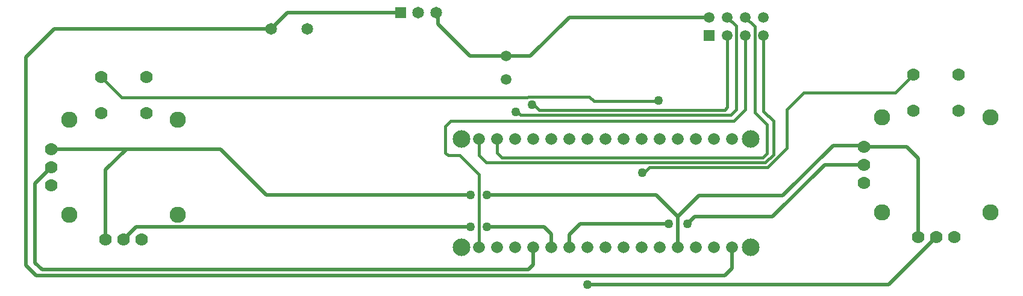
<source format=gtl>
G04*
G04 #@! TF.GenerationSoftware,Altium Limited,Altium Designer,24.0.1 (36)*
G04*
G04 Layer_Physical_Order=1*
G04 Layer_Color=255*
%FSLAX44Y44*%
%MOMM*%
G71*
G04*
G04 #@! TF.SameCoordinates,87269C32-D71D-4AF1-8112-4F1BC4A23861*
G04*
G04*
G04 #@! TF.FilePolarity,Positive*
G04*
G01*
G75*
%ADD25C,0.5080*%
%ADD26C,0.3810*%
%ADD27C,1.6500*%
%ADD28R,1.6500X1.6500*%
%ADD29C,1.7780*%
%ADD30C,2.2860*%
%ADD31C,1.5000*%
%ADD32R,1.5000X1.5000*%
%ADD33C,1.6650*%
%ADD34C,2.4750*%
%ADD35C,1.2700*%
D25*
X632060Y674370D02*
X634245Y672185D01*
Y658615D02*
Y672185D01*
X679450Y613410D02*
X730250D01*
X634245Y658615D02*
X679450Y613410D01*
X400050Y651510D02*
X422910Y674370D01*
X582060D01*
X55880Y318770D02*
Y612140D01*
X95250Y651510D02*
X400050D01*
X55880Y612140D02*
X95250Y651510D01*
X69850Y304800D02*
X1037590D01*
X55880Y318770D02*
X69850Y304800D01*
X1268095Y292100D02*
X1334770Y358775D01*
X844550Y292100D02*
X1268095D01*
X1037590Y304800D02*
X1047750Y314960D01*
Y344170D01*
X761238Y312928D02*
X768350Y320040D01*
Y344170D01*
X78232Y312928D02*
X761238D01*
X68580Y322580D02*
X78232Y312928D01*
X68580Y322580D02*
Y434340D01*
X91440Y457200D01*
X703453Y417830D02*
X941070D01*
X971550Y387350D01*
X393700Y417830D02*
X680720D01*
X793750Y344170D02*
Y363220D01*
X783590Y373380D02*
X793750Y363220D01*
X703580Y373380D02*
X783590D01*
X193040Y355600D02*
X210820Y373380D01*
X680720D01*
X834390Y377190D02*
X958850D01*
X971550Y344170D02*
Y387350D01*
X819150Y361950D02*
X834390Y377190D01*
X995680Y387350D02*
X1104900D01*
X985520Y377190D02*
X995680Y387350D01*
X819150Y344170D02*
Y361950D01*
X1104900Y387350D02*
X1177925Y460375D01*
X1233170D01*
X1119342Y417032D02*
X1189990Y487680D01*
X1001232Y417032D02*
X1119342D01*
X1189990Y487680D02*
X1231265D01*
X196850Y482600D02*
X328930D01*
X91440D02*
X196850D01*
X167640Y453390D02*
X196850Y482600D01*
X167640Y355600D02*
Y453390D01*
X328930Y482600D02*
X393700Y417830D01*
X971550Y387350D02*
X1001232Y417032D01*
X1309370Y358775D02*
Y469900D01*
X1293495Y485775D02*
X1309370Y469900D01*
X1233170Y485775D02*
X1293495D01*
X1231265Y487680D02*
X1233170Y485775D01*
X1015365Y643255D02*
X1016000Y642620D01*
X819150Y668020D02*
X1016000D01*
X730250Y613410D02*
X764540D01*
X819150Y668020D01*
D26*
X1125220Y484331D02*
Y538480D01*
X922020Y449580D02*
X924426D01*
X931538Y456692D01*
X1097581D01*
X1125220Y484331D01*
X702310Y463550D02*
X1094740D01*
X724662Y470408D02*
X1090930D01*
X692150Y473710D02*
Y496570D01*
X1094740Y463550D02*
X1106170Y474980D01*
X692150Y473710D02*
X702310Y463550D01*
X1090930Y470408D02*
X1097280Y476758D01*
Y516890D01*
X1106170Y474980D02*
Y521970D01*
X1092200Y535940D02*
X1106170Y521970D01*
X1079747Y534423D02*
X1097280Y516890D01*
X1277236Y561591D02*
X1303020Y587375D01*
X1148331Y561591D02*
X1277236D01*
X1125220Y538480D02*
X1148331Y561591D01*
X692150Y344170D02*
Y447040D01*
X665480Y473710D02*
X692150Y447040D01*
X161290Y584200D02*
X190500Y554990D01*
X760323D01*
X943610Y549910D02*
X944880Y551180D01*
X853643Y549910D02*
X943610D01*
X760323Y554990D02*
X761466Y556133D01*
X847420D02*
X853643Y549910D01*
X761466Y556133D02*
X847420D01*
X776598Y537718D02*
X1037590D01*
X750436Y530860D02*
X1046480D01*
X1050290Y521970D02*
X1066800Y538480D01*
X652780Y521970D02*
X1050290D01*
X645160Y477520D02*
Y514350D01*
X652780Y521970D01*
X746626Y534670D02*
X750436Y530860D01*
X744220Y534670D02*
X746626D01*
X1046480Y530860D02*
X1053853Y538233D01*
X1037590Y537718D02*
X1041400Y541528D01*
X645160Y477520D02*
X648970Y473710D01*
X665480D01*
X767080Y544830D02*
X769486D01*
X776598Y537718D01*
X1041400Y541528D02*
Y642620D01*
Y668020D02*
X1053853Y655567D01*
Y538233D02*
Y655567D01*
X1066800Y538480D02*
Y642620D01*
X1092200Y535940D02*
Y642620D01*
X1079747Y534423D02*
Y655073D01*
X1066800Y668020D02*
X1079747Y655073D01*
X717550Y477520D02*
Y496570D01*
Y477520D02*
X724662Y470408D01*
D27*
X632060Y674370D02*
D03*
X607060D02*
D03*
X400050Y651510D02*
D03*
X450850D02*
D03*
D28*
X582060Y674370D02*
D03*
D29*
X91440Y431800D02*
D03*
Y457200D02*
D03*
Y482600D02*
D03*
X218440Y355600D02*
D03*
X193040D02*
D03*
X167640D02*
D03*
X224790Y533400D02*
D03*
X161290D02*
D03*
X224790Y584200D02*
D03*
X161290D02*
D03*
X1233170Y434975D02*
D03*
Y460375D02*
D03*
Y485775D02*
D03*
X1360170Y358775D02*
D03*
X1334770D02*
D03*
X1309370D02*
D03*
X1366520Y536575D02*
D03*
X1303020D02*
D03*
X1366520Y587375D02*
D03*
X1303020D02*
D03*
D30*
X269240Y523875D02*
D03*
Y390525D02*
D03*
X116840D02*
D03*
Y523875D02*
D03*
X1410970Y527050D02*
D03*
Y393700D02*
D03*
X1258570D02*
D03*
Y527050D02*
D03*
D31*
X730250Y580390D02*
D03*
Y613410D02*
D03*
X1092200Y668020D02*
D03*
Y642620D02*
D03*
X1066800Y668020D02*
D03*
Y642620D02*
D03*
X1041400Y668020D02*
D03*
Y642620D02*
D03*
X1016000Y668020D02*
D03*
D32*
Y642620D02*
D03*
D33*
X971550Y496570D02*
D03*
X946150D02*
D03*
X768350D02*
D03*
X742950D02*
D03*
X717550D02*
D03*
X692150D02*
D03*
Y344170D02*
D03*
X768350D02*
D03*
X793750D02*
D03*
X819150D02*
D03*
X844550D02*
D03*
X971550D02*
D03*
X1022350D02*
D03*
X1047750D02*
D03*
X895350Y496570D02*
D03*
X996950Y344170D02*
D03*
X946150D02*
D03*
X920750D02*
D03*
X895350D02*
D03*
X869950D02*
D03*
X742950D02*
D03*
X717550D02*
D03*
X793750Y496570D02*
D03*
X819150D02*
D03*
X844550D02*
D03*
X869950D02*
D03*
X920750D02*
D03*
X996950D02*
D03*
X1022350D02*
D03*
X1047750D02*
D03*
D34*
X667250Y344170D02*
D03*
Y496570D02*
D03*
X1073650Y344170D02*
D03*
Y496570D02*
D03*
D35*
X844550Y292100D02*
D03*
X922020Y449580D02*
D03*
X703453Y417830D02*
D03*
X680720D02*
D03*
X703580Y373380D02*
D03*
X680720D02*
D03*
X958850Y377190D02*
D03*
X985520D02*
D03*
X944880Y551180D02*
D03*
X767080Y544830D02*
D03*
X744220Y534670D02*
D03*
M02*

</source>
